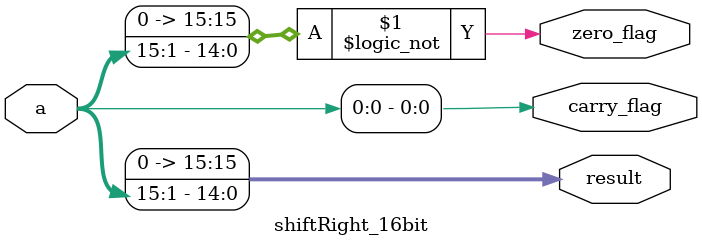
<source format=sv>
module shiftRight_16bit(
  input logic [15:0] a,
  output logic [15:0] result,
  output logic zero_flag,
  output logic carry_flag
);

	assign result[0] = a[1];
  assign result[1] = a[2];
  assign result[2] = a[3];
  assign result[3] = a[4];
  assign result[4] = a[5];
  assign result[5] = a[6];
  assign result[6] = a[7];
  assign result[7] = a[8];
  assign result[8] = a[9];
  assign result[9] = a[10];
  assign result[10] = a[11];
  assign result[11] = a[12];
  assign result[12] = a[13];
  assign result[13] = a[14];
  assign result[14] = a[15];
  assign result[15] = 1'b0;

  // Set zero flag
  assign zero_flag = (result == 16'b0000000000000000);

  // Set carry flag based on the value of the MSB of input 'a'
  assign carry_flag = (a[0] == 1'b1);

endmodule
</source>
